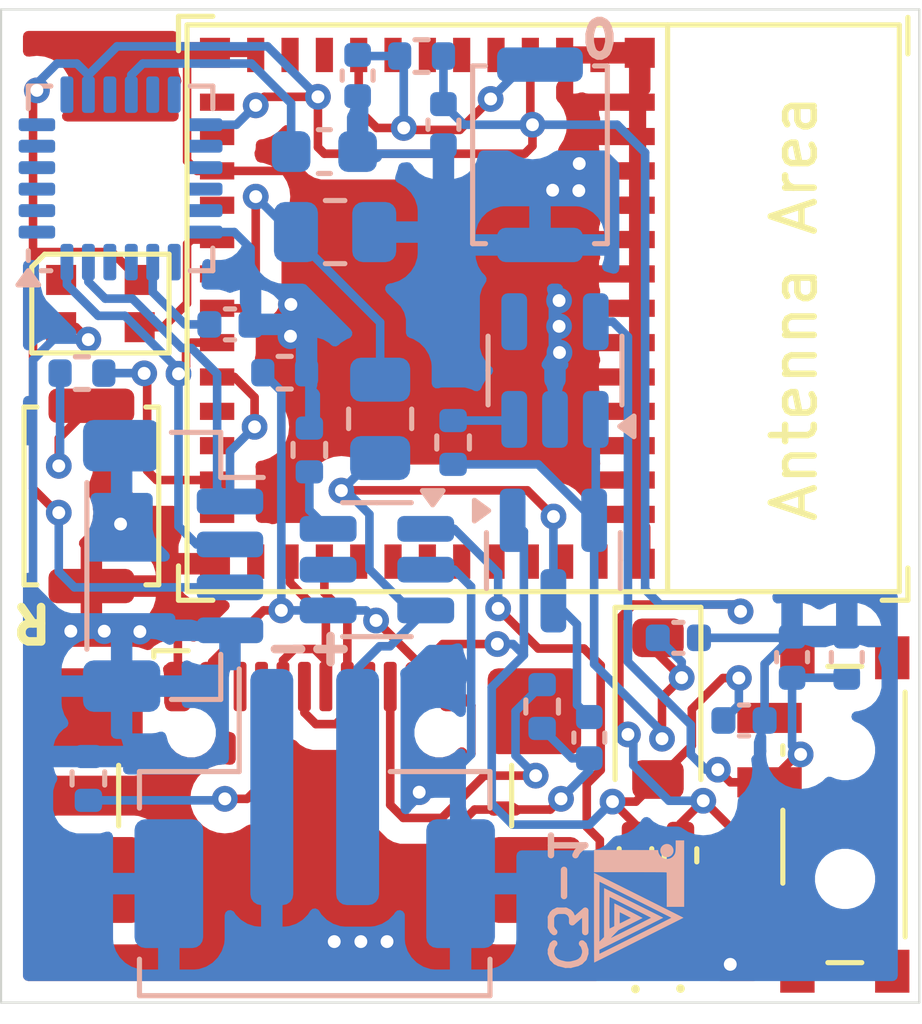
<source format=kicad_pcb>
(kicad_pcb (version 20240108) (generator "pcbnew") (generator_version "8.0")
  (layers (0 "F.Cu" signal) (31 "B.Cu" signal) (34 "B.Paste" user) (35 "F.Paste" user) (36 "B.SilkS" user "B.Silkscreen") (37 "F.SilkS" user "F.Silkscreen") (38 "B.Mask" user) (39 "F.Mask" user) (44 "Edge.Cuts" user))
  (net 0 "")
  (net 1 "SDA")
  (net 2 "SCL")
  (net 3 "+3V3")
  (net 4 "Net-(D4-K)")
  (net 5 "GND")
  (net 6 "RGB_DI")
  (net 7 "RESET")
  (net 8 "+BATT")
  (net 9 "Net-(D2-K)")
  (net 10 "USB_N")
  (net 11 "VBUS")
  (net 12 "Net-(D1-A)")
  (net 13 "Net-(D2-A)")
  (net 14 "USB_P")
  (net 16 "SP_BAT")
  (net 17 "BOOT")
  (net 19 "Net-(U1-PROG)")
  (net 21 "Net-(U4-EN)")
  (net 41 "Net-(U2-REGOUT)")
  (net 42 "Net-(U2-CPOUT)")
  (net 65 "Net-(J2-CC2)")
  (net 68 "Net-(J2-CC1)")
  (net 69 "Net-(SW1-A)")
  (net 72 "Net-(SW3-C)")
  (footprint "LED_SMD:LED_0402_1005Metric" (layer "F.Cu") (at 126.17 72.45 90)
    (property "Reference" "D2" (hide yes))
    (property "Value" "BLUE" (hide yes))
  )
  (footprint "LED_SMD:LED_WS2812B-2020_PLCC4_2.0x2.0mm" (layer "F.Cu") (at 113.7 57.575)
    (property "Reference" "D3" (hide yes))
    (property "Value" "WS2812B-2020" (hide yes))
  )
  (footprint "Button_Switch_SMD:SW_Push_SPST_NO_Alps_SKRK" (layer "F.Cu") (at 113.49 62.055 -90)
    (property "Reference" "SW1" (hide yes))
    (property "Value" "Boot" (hide yes))
  )
  (footprint "Resistor_SMD:R_0402_1005Metric" (layer "F.Cu") (at 127.22 70.425 -90)
    (property "Reference" "R3" (hide yes))
    (property "Value" "2K" (hide yes))
  )
  (footprint "Connector_USB:USB_C_Receptacle_GCT_USB4110" (layer "F.Cu") (at 118.705 70.175)
    (property "Reference" "J2" (hide yes))
    (property "Value" "USB_C_Receptacle_USB2.0_16P" (hide yes))
  )
  (footprint "Diode_SMD:D_SOD-123" (layer "F.Cu") (at 126.695 67.01 -90)
    (property "Reference" "D4" (hide yes))
    (property "Value" "MBR0530" (hide yes))
  )
  (footprint "Resistor_SMD:R_0402_1005Metric" (layer "F.Cu") (at 126.17 70.425 90)
    (property "Reference" "R10" (hide yes))
    (property "Value" "2K" (hide yes))
  )
  (footprint "PCM_Espressif:ESP32-C3-MINI-1" (layer "F.Cu") (at 124.02 57.685 -90)
    (property "Reference" "U3" (hide yes))
    (property "Value" "ESP32-C3-MINI-1" (hide yes))
  )
  (footprint "Button_Switch_SMD:SW_SPDT_PCM12" (layer "F.Cu") (at 130.725 69.475 90)
    (property "Reference" "SW3" (hide yes))
    (property "Value" "SW_SPDT_312" (hide yes))
  )
  (footprint "LED_SMD:LED_0402_1005Metric" (layer "F.Cu") (at 127.22 72.44 90)
    (property "Reference" "D1" (hide yes))
    (property "Value" "RED" (hide yes))
  )
  (footprint "Resistor_SMD:R_0402_1005Metric" (layer "B.Cu") (at 121.92 60.81 90)
    (property "Reference" "R13" (hide yes))
    (property "Value" "10K" (hide yes))
  )
  (footprint "Resistor_SMD:R_0402_1005Metric" (layer "B.Cu") (at 117.995 59.185)
    (property "Reference" "R12" (hide yes))
    (property "Value" "10K" (hide yes))
  )
  (footprint "Capacitor_SMD:C_0402_1005Metric" (layer "B.Cu") (at 121.695 53.41 -90)
    (property "Reference" "C1" (hide yes))
    (property "Value" "1.0uF" (hide yes))
  )
  (footprint "Resistor_SMD:R_0402_1005Metric" (layer "B.Cu") (at 113.27 59.195 180)
    (property "Reference" "R1" (hide yes))
    (property "Value" "10K" (hide yes))
  )
  (footprint "Capacitor_SMD:C_0402_1005Metric" (layer "B.Cu") (at 129.82 65.81 90)
    (property "Reference" "C9" (hide yes))
    (property "Value" "1.0uF" (hide yes))
  )
  (footprint "Resistor_SMD:R_0402_1005Metric" (layer "B.Cu") (at 118.57 60.985 90)
    (property "Reference" "R2" (hide yes))
    (property "Value" "2K" (hide yes))
  )
  (footprint "Button_Switch_SMD:SW_Push_SPST_NO_Alps_SKRK" (layer "B.Cu") (at 123.945 54.11 -90)
    (property "Reference" "SW2" (hide yes))
    (property "Value" "Reset" (hide yes))
  )
  (footprint "Resistor_SMD:R_0805_2012Metric" (layer "B.Cu") (at 120.22 60.26 90)
    (property "Reference" "R4" (hide yes))
    (property "Value" "442K" (hide yes))
  )
  (footprint "Package_TO_SOT_SMD:SOT-23" (layer "B.Cu") (at 124.2575 63.56 -90)
    (property "Reference" "Q1" (hide yes))
    (property "Value" "AO3401A" (hide yes))
  )
  (footprint "Package_TO_SOT_SMD:SOT-23-5" (layer "B.Cu") (at 124.295 59.135 90)
    (property "Reference" "U4" (hide yes))
    (property "Value" "AP2112K-3.3" (hide yes))
  )
  (footprint "Capacitor_SMD:C_0402_1005Metric" (layer "B.Cu") (at 128.7 67.285)
    (property "Reference" "C3" (hide yes))
    (property "Value" "10uF" (hide yes))
  )
  (footprint "Resistor_SMD:R_0805_2012Metric" (layer "B.Cu") (at 119.17 55.91)
    (property "Reference" "R5" (hide yes))
    (property "Value" "160K" (hide yes))
  )
  (footprint "Package_TO_SOT_SMD:TSOT-23-6" (layer "B.Cu") (at 120.145 63.7725 180)
    (property "Reference" "U1" (hide yes))
    (property "Value" "TP4057" (hide yes))
  )
  (footprint "Connector_JST:JST_PH_B2B-PH-SM4-TB_1x02-1MP_P2.00mm_Vertical" (layer "B.Cu") (at 118.695 69.335)
    (property "Reference" "J1" (hide yes))
    (property "Value" "PH2.0" (hide yes))
  )
  (footprint "Capacitor_SMD:C_0402_1005Metric" (layer "B.Cu") (at 127.17 65.36)
    (property "Reference" "C7" (hide yes))
    (property "Value" "1.0uF" (hide yes))
  )
  (footprint "Capacitor_SMD:C_0603_1608Metric" (layer "B.Cu") (at 118.92 54.035 180)
    (property "Reference" "C5" (hide yes))
    (property "Value" "2.2nF" (hide yes))
  )
  (footprint "Resistor_SMD:R_0402_1005Metric" (layer "B.Cu") (at 123.995 66.96 90)
    (property "Reference" "R6" (hide yes))
    (property "Value" "5.1K" (hide yes))
  )
  (footprint "Connector_JST:JST_SH_BM04B-SRSS-TB_1x04-1MP_P1.00mm_Vertical" (layer "B.Cu") (at 115.395 63.685 -90)
    (property "Reference" "J3" (hide yes))
    (property "Value" "SH1.0" (hide yes))
  )
  (footprint "Capacitor_SMD:C_0402_1005Metric" (layer "B.Cu") (at 116.72 58.06)
    (property "Reference" "C6" (hide yes))
    (property "Value" "100nF" (hide yes))
  )
  (footprint "Capacitor_SMD:C_0402_1005Metric" (layer "B.Cu") (at 131.095 65.81 90)
    (property "Reference" "C8" (hide yes))
    (property "Value" "1.0uF" (hide yes))
  )
  (footprint "LOGO" (layer "B.Cu") (at 126.28 71.58 90)
    (property "Reference" "G***" (hide yes))
    (property "Value" "LOGO" (hide yes))
  )
  (footprint "Capacitor_SMD:C_0402_1005Metric" (layer "B.Cu") (at 119.695 52.265 -90)
    (property "Reference" "C4" (hide yes))
    (property "Value" "100nF" (hide yes))
  )
  (footprint "Resistor_SMD:R_0402_1005Metric" (layer "B.Cu") (at 121.185 51.81 180)
    (property "Reference" "R11" (hide yes))
    (property "Value" "10K" (hide yes))
  )
  (footprint "Sensor_Motion:InvenSense_QFN-24_4x4mm_P0.5mm" (layer "B.Cu") (at 114.17 54.66)
    (property "Reference" "U2" (hide yes))
    (property "Value" "MPU-6050" (hide yes))
  )
  (footprint "Capacitor_SMD:C_0402_1005Metric" (layer "B.Cu") (at 125.095 67.685 -90)
    (property "Reference" "C2" (hide yes))
    (property "Value" "10uF" (hide yes))
  )
  (footprint "Resistor_SMD:R_0402_1005Metric" (layer "B.Cu") (at 113.42 68.635 -90)
    (property "Reference" "R7" (hide yes))
    (property "Value" "5.1K" (hide yes))
  )
  (gr_line (start 111.385 50.725) (end 111.385 73.855) (stroke (width 0.05)) (layer "Edge.Cuts"))
  (gr_line (start 132.785 50.725) (end 132.785 73.855) (stroke (width 0.05)) (layer "Edge.Cuts"))
  (gr_line (start 132.785 73.855) (end 111.385 73.855) (stroke (width 0.05)) (layer "Edge.Cuts"))
  (gr_line (start 111.385 50.725) (end 132.785 50.725) (stroke (width 0.05)) (layer "Edge.Cuts"))
  (gr_text "0" (at 124.82 51.905 0) (layer "B.SilkS") (effects (font (size 0.8 0.8) (thickness 0.2) (bold yes)) (justify right bottom mirror)))
  (gr_text "C3-1" (at 124.095 73.225 270) (layer "B.SilkS") (effects (font (size 0.8 0.8) (thickness 0.15) (bold yes)) (justify left bottom mirror)))
  (gr_text "+-" (at 119.69 66.035 0) (layer "B.SilkS") (effects (font (size 0.8 0.8) (thickness 0.2) (bold yes)) (justify left bottom mirror)))
  (gr_text "R" (at 112.64 64.535 180) (layer "F.SilkS") (effects (font (size 0.8 0.8) (thickness 0.2) (bold yes)) (justify left bottom)))
  (segment (start 115.695 58.61) (end 115.82 58.485) (width 0.2) (layer "F.Cu") (net 1))
  (segment (start 115.519998 59.209817) (end 115.695 59.034815) (width 0.2) (layer "F.Cu") (net 1))
  (segment (start 115.695 59.034815) (end 115.695 58.61) (width 0.2) (layer "F.Cu") (net 1))
  (segment (start 115.82 58.485) (end 116.42 58.485) (width 0.2) (layer "F.Cu") (net 1))
  (via (at 115.519998 59.209817) (size 0.6) (drill 0.3) (layers "F.Cu" "B.Cu") (net 1))
  (segment (start 115.519998 59.209817) (end 115.519998 62.759997) (width 0.2) (layer "B.Cu") (net 1))
  (segment (start 115.945001 63.185) (end 116.72 63.185) (width 0.2) (layer "B.Cu") (net 1))
  (segment (start 113.646904 57.86) (end 112.92 57.133096) (width 0.2) (layer "B.Cu") (net 1))
  (segment (start 115.519998 59.209817) (end 115.519998 59.109998) (width 0.2) (layer "B.Cu") (net 1))
  (segment (start 114.27 57.86) (end 113.646904 57.86) (width 0.2) (layer "B.Cu") (net 1))
  (segment (start 115.519998 59.109998) (end 114.27 57.86) (width 0.2) (layer "B.Cu") (net 1))
  (segment (start 112.92 57.133096) (end 112.92 56.61) (width 0.2) (layer "B.Cu") (net 1))
  (segment (start 115.519998 62.759997) (end 115.945001 63.185) (width 0.2) (layer "B.Cu") (net 1))
  (segment (start 117.293257 60.446337) (end 117.293257 59.758257) (width 0.2) (layer "F.Cu") (net 2))
  (segment (start 116.82 59.285) (end 116.42 59.285) (width 0.2) (layer "F.Cu") (net 2))
  (segment (start 117.293257 59.758257) (end 116.82 59.285) (width 0.2) (layer "F.Cu") (net 2))
  (via (at 117.293257 60.446337) (size 0.6) (drill 0.3) (layers "F.Cu" "B.Cu") (net 2))
  (segment (start 116.72 61.019594) (end 117.293257 60.446337) (width 0.2) (layer "B.Cu") (net 2))
  (segment (start 113.81259 57.46) (end 113.42 57.06741) (width 0.2) (layer "B.Cu") (net 2))
  (segment (start 115.82 58.61) (end 115.595 58.61) (width 0.2) (layer "B.Cu") (net 2))
  (segment (start 114.445 57.46) (end 113.81259 57.46) (width 0.2) (layer "B.Cu") (net 2))
  (segment (start 116.72 62.185) (end 116.42 61.885) (width 0.2) (layer "B.Cu") (net 2))
  (segment (start 116.42 59.285) (end 116.42 59.21) (width 0.2) (layer "B.Cu") (net 2))
  (segment (start 116.42 59.21) (end 115.82 58.61) (width 0.2) (layer "B.Cu") (net 2))
  (segment (start 116.42 61.885) (end 116.42 59.285) (width 0.2) (layer "B.Cu") (net 2))
  (segment (start 113.42 57.06741) (end 113.42 56.61) (width 0.2) (layer "B.Cu") (net 2))
  (segment (start 115.595 58.61) (end 114.445 57.46) (width 0.2) (layer "B.Cu") (net 2))
  (segment (start 116.72 62.185) (end 116.72 61.019594) (width 0.2) (layer "B.Cu") (net 2))
  (segment (start 123.77 53.905) (end 123.77 53.41) (width 0.2) (layer "F.Cu") (net 3))
  (segment (start 123.72 51.785) (end 123.72 53.36) (width 0.2) (layer "F.Cu") (net 3))
  (segment (start 128.46 64.585) (end 126.12 64.585) (width 0.2) (layer "F.Cu") (net 3))
  (segment (start 112.69 62.445) (end 112.13 61.885) (width 0.2) (layer "F.Cu") (net 3))
  (segment (start 126.12 64.585) (end 125.795 64.91) (width 0.2) (layer "F.Cu") (net 3))
  (segment (start 117.518529 52.76) (end 117.32 52.958529) (width 0.2) (layer "F.Cu") (net 3))
  (segment (start 112.13 61.885) (end 112.13 56.465) (width 0.2) (layer "F.Cu") (net 3))
  (segment (start 127.765 69.155) (end 128.995 70.385) (width 0.2) (layer "F.Cu") (net 3))
  (segment (start 118.92 54.085) (end 123.59 54.085) (width 0.2) (layer "F.Cu") (net 3))
  (segment (start 123.72 53.36) (end 123.77 53.41) (width 0.2) (layer "F.Cu") (net 3))
  (segment (start 118.77 53.935) (end 118.92 54.085) (width 0.2) (layer "F.Cu") (net 3))
  (segment (start 125.795 64.91) (end 125.795 67.41) (width 0.2) (layer "F.Cu") (net 3))
  (segment (start 127.22 69.915) (end 127.22 69.685) (width 0.2) (layer "F.Cu") (net 3))
  (segment (start 123.59 54.085) (end 123.77 53.905) (width 0.2) (layer "F.Cu") (net 3))
  (segment (start 113.965 56.375) (end 112.22 56.375) (width 0.2) (layer "F.Cu") (net 3))
  (segment (start 112.13 52.7) (end 112.22 52.61) (width 0.2) (layer "F.Cu") (net 3))
  (segment (start 118.77 52.76) (end 118.77 53.935) (width 0.2) (layer "F.Cu") (net 3))
  (segment (start 112.13 56.465) (end 112.13 52.7) (width 0.2) (layer "F.Cu") (net 3))
  (segment (start 118.77 52.76) (end 117.518529 52.76) (width 0.2) (layer "F.Cu") (net 3))
  (segment (start 112.73 62.445) (end 112.69 62.445) (width 0.2) (layer "F.Cu") (net 3))
  (segment (start 128.995 70.385) (end 128.995 71.71) (width 0.2) (layer "F.Cu") (net 3))
  (segment (start 125.795 67.41) (end 125.995 67.61) (width 0.2) (layer "F.Cu") (net 3))
  (segment (start 112.22 56.375) (end 112.13 56.465) (width 0.2) (layer "F.Cu") (net 3))
  (segment (start 128.62 64.745) (end 128.46 64.585) (width 0.2) (layer "F.Cu") (net 3))
  (segment (start 127.22 69.685) (end 127.75 69.155) (width 0.2) (layer "F.Cu") (net 3))
  (segment (start 114.615 57.025) (end 113.965 56.375) (width 0.2) (layer "F.Cu") (net 3))
  (segment (start 127.75 69.155) (end 127.765 69.155) (width 0.2) (layer "F.Cu") (net 3))
  (via (at 112.22 52.61) (size 0.6) (drill 0.3) (layers "F.Cu" "B.Cu") (net 3))
  (via (at 127.75 69.155) (size 0.6) (drill 0.3) (layers "F.Cu" "B.Cu") (net 3))
  (via (at 128.62 64.745) (size 0.6) (drill 0.3) (layers "F.Cu" "B.Cu") (net 3))
  (via (at 118.77 52.76) (size 0.6) (drill 0.3) (layers "F.Cu" "B.Cu") (net 3))
  (via (at 112.73 62.445) (size 0.6) (drill 0.3) (layers "F.Cu" "B.Cu") (net 3))
  (via (at 125.995 67.61) (size 0.6) (drill 0.3) (layers "F.Cu" "B.Cu") (net 3))
  (via (at 123.77 53.41) (size 0.6) (drill 0.3) (layers "F.Cu" "B.Cu") (net 3))
  (via (at 117.32 52.958529) (size 0.6) (drill 0.3) (layers "F.Cu" "B.Cu") (net 3))
  (segment (start 126.12 68.325) (end 126.12 67.735) (width 0.2) (layer "B.Cu") (net 3))
  (segment (start 113.42 52.25259) (end 114.08759 51.585) (width 0.2) (layer "B.Cu") (net 3))
  (segment (start 125.745 53.41) (end 123.77 53.41) (width 0.2) (layer "B.Cu") (net 3))
  (segment (start 112.68759 51.985) (end 113.15241 51.985) (width 0.2) (layer "B.Cu") (net 3))
  (segment (start 127.75 69.155) (end 126.95 69.155) (width 0.2) (layer "B.Cu") (net 3))
  (segment (start 121.695 51.81) (end 121.695 52.93) (width 0.2) (layer "B.Cu") (net 3))
  (segment (start 121.695 52.93) (end 122.175 53.41) (width 0.2) (layer "B.Cu") (net 3))
  (segment (start 112.22 52.45259) (end 112.68759 51.985) (width 0.2) (layer "B.Cu") (net 3))
  (segment (start 112.73 63.82) (end 113.095 64.185) (width 0.2) (layer "B.Cu") (net 3))
  (segment (start 122.175 53.41) (end 123.77 53.41) (width 0.2) (layer "B.Cu") (net 3))
  (segment (start 126.395 64.235) (end 126.395 54.06) (width 0.2) (layer "B.Cu") (net 3))
  (segment (start 116.12 53.41) (end 116.868529 53.41) (width 0.2) (layer "B.Cu") (net 3))
  (segment (start 113.095 64.185) (end 116.72 64.185) (width 0.2) (layer "B.Cu") (net 3))
  (segment (start 126.95 69.155) (end 126.12 68.325) (width 0.2) (layer "B.Cu") (net 3))
  (segment (start 114.08759 51.585) (end 117.595 51.585) (width 0.2) (layer "B.Cu") (net 3))
  (segment (start 126.395 54.06) (end 125.745 53.41) (width 0.2) (layer "B.Cu") (net 3))
  (segment (start 113.42 52.25259) (end 113.42 52.71) (width 0.2) (layer "B.Cu") (net 3))
  (segment (start 126.745 64.585) (end 126.395 64.235) (width 0.2) (layer "B.Cu") (net 3))
  (segment (start 117.595 51.585) (end 118.77 52.76) (width 0.2) (layer "B.Cu") (net 3))
  (segment (start 126.12 67.735) (end 125.995 67.61) (width 0.2) (layer "B.Cu") (net 3))
  (segment (start 116.868529 53.41) (end 117.32 52.958529) (width 0.2) (layer "B.Cu") (net 3))
  (segment (start 112.73 62.445) (end 112.73 63.82) (width 0.2) (layer "B.Cu") (net 3))
  (segment (start 128.46 64.585) (end 126.745 64.585) (width 0.2) (layer "B.Cu") (net 3))
  (segment (start 113.15241 51.985) (end 113.42 52.25259) (width 0.2) (layer "B.Cu") (net 3))
  (segment (start 128.62 64.745) (end 128.46 64.585) (width 0.2) (layer "B.Cu") (net 3))
  (segment (start 112.22 52.61) (end 112.22 52.45259) (width 0.2) (layer "B.Cu") (net 3))
  (segment (start 127.246765 66.288235) (end 126.788728 66.746272) (width 0.2) (layer "F.Cu") (net 4))
  (segment (start 126.695 65.36) (end 126.695 65.73647) (width 0.2) (layer "F.Cu") (net 4))
  (segment (start 126.788728 66.746272) (end 126.788728 67.71) (width 0.2) (layer "F.Cu") (net 4))
  (segment (start 126.695 65.73647) (end 127.246765 66.288235) (width 0.2) (layer "F.Cu") (net 4))
  (via (at 127.246765 66.288235) (size 0.6) (drill 0.3) (layers "F.Cu" "B.Cu") (net 4))
  (via (at 126.788728 67.71) (size 0.6) (drill 0.3) (layers "F.Cu" "B.Cu") (net 4))
  (segment (start 125.2075 65.973971) (end 125.2075 62.6225) (width 0.2) (layer "B.Cu") (net 4))
  (segment (start 125.245 60.2725) (end 125.245 62.585) (width 0.2) (layer "B.Cu") (net 4))
  (segment (start 126.788728 67.555199) (end 125.2075 65.973971) (width 0.2) (layer "B.Cu") (net 4))
  (segment (start 123.905 61.32) (end 125.2075 62.6225) (width 0.2) (layer "B.Cu") (net 4))
  (segment (start 121.92 61.32) (end 123.905 61.32) (width 0.2) (layer "B.Cu") (net 4))
  (segment (start 125.245 62.585) (end 125.2075 62.6225) (width 0.2) (layer "B.Cu") (net 4))
  (segment (start 127.246765 66.288235) (end 127.246765 65.916765) (width 0.2) (layer "B.Cu") (net 4))
  (segment (start 126.788728 67.71) (end 126.788728 67.555199) (width 0.2) (layer "B.Cu") (net 4))
  (segment (start 127.246765 65.916765) (end 126.69 65.36) (width 0.2) (layer "B.Cu") (net 4))
  (segment (start 115.95 54.485) (end 116.42 54.485) (width 0.2) (layer "F.Cu") (net 5))
  (segment (start 114.62 65.215) (end 115.31 65.215) (width 0.2) (layer "F.Cu") (net 5))
  (segment (start 117.27 51.735) (end 117.32 51.785) (width 0.2) (layer "F.Cu") (net 5))
  (segment (start 115.72 51.925) (end 115.72 54.255) (width 0.2) (layer "F.Cu") (net 5))
  (segment (start 121.45 68.955) (end 122.345 68.06) (width 0.2) (layer "F.Cu") (net 5))
  (segment (start 122.095 69.685) (end 122.095 71.085) (width 0.2) (layer "F.Cu") (net 5))
  (segment (start 116.37 51.735) (end 115.91 51.735) (width 0.2) (layer "F.Cu") (net 5))
  (segment (start 121.13 68.955) (end 121.45 68.955) (width 0.2) (layer "F.Cu") (net 5))
  (segment (start 116.37 51.735) (end 117.27 51.735) (width 0.2) (layer "F.Cu") (net 5))
  (segment (start 115.505 65.41) (end 115.505 66.495) (width 0.2) (layer "F.Cu") (net 5))
  (segment (start 124.185 69.36) (end 122.42 69.36) (width 0.2) (layer "F.Cu") (net 5))
  (segment (start 115.72 54.255) (end 115.95 54.485) (width 0.2) (layer "F.Cu") (net 5))
  (segment (start 112.785 58.125) (end 113.128072 58.125) (width 0.2) (layer "F.Cu") (net 5))
  (segment (start 115.91 51.735) (end 115.72 51.925) (width 0.2) (layer "F.Cu") (net 5))
  (segment (start 124.435 69.11) (end 124.185 69.36) (width 0.2) (layer "F.Cu") (net 5))
  (segment (start 122.345 66.935) (end 121.905 66.495) (width 0.2) (layer "F.Cu") (net 5))
  (segment (start 118.12 54.485) (end 119.345 55.71) (width 0.2) (layer "F.Cu") (net 5))
  (segment (start 116.42 54.485) (end 118.12 54.485) (width 0.2) (layer "F.Cu") (net 5))
  (segment (start 115.31 65.215) (end 115.505 65.41) (width 0.2) (layer "F.Cu") (net 5))
  (segment (start 122.42 69.36) (end 122.095 69.685) (width 0.2) (layer "F.Cu") (net 5))
  (segment (start 122.345 68.06) (end 122.345 66.935) (width 0.2) (layer "F.Cu") (net 5))
  (segment (start 113.128072 58.125) (end 113.417475 58.414403) (width 0.2) (layer "F.Cu") (net 5))
  (via (at 113.417475 58.414403) (size 0.6) (drill 0.3) (layers "F.Cu" "B.Cu") (net 5))
  (via (at 124.24 54.935) (size 0.6) (drill 0.3) (layers "F.Cu" "B.Cu") (net 5))
  (via (at 121.13 68.955) (size 0.6) (drill 0.3) (layers "F.Cu" "B.Cu") (net 5))
  (via (at 118.14 57.595) (size 0.6) (drill 0.3) (layers "F.Cu" "B.Cu") (net 5))
  (via (at 124.435 69.11) (size 0.6) (drill 0.3) (layers "F.Cu" "B.Cu") (net 5))
  (via (at 113.01 65.205) (size 0.6) (drill 0.3) (layers "F.Cu" "B.Cu") (net 5))
  (via (at 114.17 62.71) (size 0.6) (drill 0.3) (layers "F.Cu" "B.Cu") (net 5))
  (via (at 128.38 72.965) (size 0.6) (drill 0.3) (layers "F.Cu" "B.Cu") (net 5))
  (via (at 124.4 58.715) (size 0.6) (drill 0.3) (layers "F.Cu" "B.Cu") (net 5))
  (via (at 114.62 65.215) (size 0.6) (drill 0.3) (layers "F.Cu" "B.Cu") (net 5))
  (via (at 118.13 58.335) (size 0.6) (drill 0.3) (layers "F.Cu" "B.Cu") (net 5))
  (via (at 119.15 72.435) (size 0.6) (drill 0.3) (layers "F.Cu" "B.Cu") (net 5))
  (via (at 119.77 72.435) (size 0.6) (drill 0.3) (layers "F.Cu" "B.Cu") (net 5))
  (via (at 120.38 72.435) (size 0.6) (drill 0.3) (layers "F.Cu" "B.Cu") (net 5))
  (via (at 124.85 54.945) (size 0.6) (drill 0.3) (layers "F.Cu" "B.Cu") (net 5))
  (via (at 124.86 54.315) (size 0.6) (drill 0.3) (layers "F.Cu" "B.Cu") (net 5))
  (via (at 124.39 57.505) (size 0.6) (drill 0.3) (layers "F.Cu" "B.Cu") (net 5))
  (via (at 113.79 65.205) (size 0.6) (drill 0.3) (layers "F.Cu" "B.Cu") (net 5))
  (via (at 124.39 58.105) (size 0.6) (drill 0.3) (layers "F.Cu" "B.Cu") (net 5))
  (segment (start 121.46 68.955) (end 122.34 68.075) (width 0.2) (layer "B.Cu") (net 5))
  (segment (start 121.944999 63.7725) (end 121.2825 63.7725) (width 0.2) (layer "B.Cu") (net 5))
  (segment (start 129.79 65.36) (end 127.65 65.36) (width 0.2) (layer "B.Cu") (net 5))
  (segment (start 118.57 59.25) (end 118.505 59.185) (width 0.2) (layer "B.Cu") (net 5))
  (segment (start 125.095 68.45) (end 125.095 68.165) (width 0.2) (layer "B.Cu") (net 5))
  (segment (start 112.13 58.886076) (end 112.601673 58.414403) (width 0.2) (layer "B.Cu") (net 5))
  (segment (start 119.695 54.035) (end 119.745 54.085) (width 0.2) (layer "B.Cu") (net 5))
  (segment (start 112.601673 58.414403) (end 113.417475 58.414403) (width 0.2) (layer "B.Cu") (net 5))
  (segment (start 122.34 64.167501) (end 121.944999 63.7725) (width 0.2) (layer "B.Cu") (net 5))
  (segment (start 121.5 54.085) (end 121.695 53.89) (width 0.2) (layer "B.Cu") (net 5))
  (segment (start 119.695 54.035) (end 119.695 52.745) (width 0.2) (layer "B.Cu") (net 5))
  (segment (start 122.34 68.075) (end 122.34 64.167501) (width 0.2) (layer "B.Cu") (net 5))
  (segment (start 112.83 65.205) (end 112.13 64.505) (width 0.2) (layer "B.Cu") (net 5))
  (segment (start 113.01 65.205) (end 112.83 65.205) (width 0.2) (layer "B.Cu") (net 5))
  (segment (start 118.505 58.71) (end 118.505 59.185) (width 0.2) (layer "B.Cu") (net 5))
  (segment (start 112.13 64.505) (end 112.13 58.886076) (width 0.2) (layer "B.Cu") (net 5))
  (segment (start 117.2 58.06) (end 117.2 56.29) (width 0.2) (layer "B.Cu") (net 5))
  (segment (start 117.855 58.06) (end 118.13 58.335) (width 0.2) (layer "B.Cu") (net 5))
  (segment (start 118.57 60.475) (end 118.57 59.25) (width 0.2) (layer "B.Cu") (net 5))
  (segment (start 121.13 68.955) (end 121.46 68.955) (width 0.2) (layer "B.Cu") (net 5))
  (segment (start 116.82 55.91) (end 116.12 55.91) (width 0.2) (layer "B.Cu") (net 5))
  (segment (start 125.095 68.165) (end 124.69 68.165) (width 0.2) (layer "B.Cu") (net 5))
  (segment (start 124.69 68.165) (end 123.995 67.47) (width 0.2) (layer "B.Cu") (net 5))
  (segment (start 117.2 58.06) (end 117.855 58.06) (width 0.2) (layer "B.Cu") (net 5))
  (segment (start 129.18 65.97) (end 129.82 65.33) (width 0.2) (layer "B.Cu") (net 5))
  (segment (start 129.18 67.285) (end 129.18 65.97) (width 0.2) (layer "B.Cu") (net 5))
  (segment (start 124.435 69.11) (end 125.095 68.45) (width 0.2) (layer "B.Cu") (net 5))
  (segment (start 118.13 58.335) (end 118.505 58.71) (width 0.2) (layer "B.Cu") (net 5))
  (segment (start 119.745 54.085) (end 121.5 54.085) (width 0.2) (layer "B.Cu") (net 5))
  (segment (start 117.2 56.29) (end 116.82 55.91) (width 0.2) (layer "B.Cu") (net 5))
  (segment (start 129.82 65.33) (end 129.79 65.36) (width 0.2) (layer "B.Cu") (net 5))
  (segment (start 115.165 58.125) (end 115.72 57.57) (width 0.2) (layer "F.Cu") (net 6))
  (segment (start 115.72 57.57) (end 115.72 56.185) (width 0.2) (layer "F.Cu") (net 6))
  (segment (start 114.615 58.125) (end 115.165 58.125) (width 0.2) (layer "F.Cu") (net 6))
  (segment (start 115.82 56.085) (end 116.42 56.085) (width 0.2) (layer "F.Cu") (net 6))
  (segment (start 115.72 56.185) (end 115.82 56.085) (width 0.2) (layer "F.Cu") (net 6))
  (segment (start 122.795 52.81) (end 122.075 53.53) (width 0.2) (layer "F.Cu") (net 7))
  (segment (start 122.075 53.53) (end 120.815 53.53) (width 0.2) (layer "F.Cu") (net 7))
  (segment (start 120.815 53.53) (end 120.77 53.485) (width 0.2) (layer "F.Cu") (net 7))
  (segment (start 120.14 53.485) (end 119.72 53.065) (width 0.2) (layer "F.Cu") (net 7))
  (segment (start 120.77 53.485) (end 120.14 53.485) (width 0.2) (layer "F.Cu") (net 7))
  (segment (start 119.72 53.065) (end 119.72 51.785) (width 0.2) (layer "F.Cu") (net 7))
  (via (at 122.795 52.81) (size 0.6) (drill 0.3) (layers "F.Cu" "B.Cu") (net 7))
  (via (at 120.77 53.485) (size 0.6) (drill 0.3) (layers "F.Cu" "B.Cu") (net 7))
  (segment (start 123.595 52.01) (end 122.795 52.81) (width 0.2) (layer "B.Cu") (net 7))
  (segment (start 120.77 51.905) (end 120.675 51.81) (width 0.2) (layer "B.Cu") (net 7))
  (segment (start 119.745 51.81) (end 119.72 51.785) (width 0.2) (layer "B.Cu") (net 7))
  (segment (start 120.675 51.81) (end 119.745 51.81) (width 0.2) (layer "B.Cu") (net 7))
  (segment (start 120.77 53.485) (end 120.77 51.905) (width 0.2) (layer "B.Cu") (net 7))
  (segment (start 123.945 52.01) (end 123.595 52.01) (width 0.2) (layer "B.Cu") (net 7))
  (segment (start 123.65 61.925) (end 124.26 62.535) (width 0.2) (layer "F.Cu") (net 8))
  (segment (start 119.315958 61.931323) (end 119.322281 61.925) (width 0.2) (layer "F.Cu") (net 8))
  (segment (start 119.322281 61.925) (end 123.65 61.925) (width 0.2) (layer "F.Cu") (net 8))
  (via (at 119.315958 61.931323) (size 0.6) (drill 0.3) (layers "F.Cu" "B.Cu") (net 8))
  (via (at 124.26 62.535) (size 0.6) (drill 0.3) (layers "F.Cu" "B.Cu") (net 8))
  (segment (start 120.208336 65.556664) (end 120.448336 65.556664) (width 0.2) (layer "B.Cu") (net 8))
  (segment (start 119.695 66.07) (end 120.208336 65.556664) (width 0.2) (layer "B.Cu") (net 8))
  (segment (start 124.2575 62.5375) (end 124.26 62.535) (width 0.2) (layer "B.Cu") (net 8))
  (segment (start 119.695 68.835) (end 119.695 66.07) (width 0.2) (layer "B.Cu") (net 8))
  (segment (start 119.315958 61.931323) (end 119.419375 61.931323) (width 0.2) (layer "B.Cu") (net 8))
  (segment (start 124.8075 66.9175) (end 124.8075 65.0475) (width 0.2) (layer "B.Cu") (net 8))
  (segment (start 119.97 63.763052) (end 120.929448 64.7225) (width 0.2) (layer "B.Cu") (net 8))
  (segment (start 119.419375 61.931323) (end 119.97 62.481948) (width 0.2) (layer "B.Cu") (net 8))
  (segment (start 120.929448 64.7225) (end 121.2825 64.7225) (width 0.2) (layer "B.Cu") (net 8))
  (segment (start 119.315958 61.931323) (end 120.074781 61.1725) (width 0.2) (layer "B.Cu") (net 8))
  (segment (start 120.448336 65.556664) (end 121.2825 64.7225) (width 0.2) (layer "B.Cu") (net 8))
  (segment (start 120.074781 61.1725) (end 120.22 61.1725) (width 0.2) (layer "B.Cu") (net 8))
  (segment (start 119.97 62.481948) (end 119.97 63.763052) (width 0.2) (layer "B.Cu") (net 8))
  (segment (start 124.2575 64.4975) (end 124.2575 62.5375) (width 0.2) (layer "B.Cu") (net 8))
  (segment (start 124.8075 65.0475) (end 124.2575 64.4975) (width 0.2) (layer "B.Cu") (net 8))
  (segment (start 125.095 67.205) (end 124.8075 66.9175) (width 0.2) (layer "B.Cu") (net 8))
  (segment (start 125.34 70.07) (end 125.34 72.105) (width 0.2) (layer "F.Cu") (net 9))
  (segment (start 125.36 66) (end 125.36 68.44) (width 0.2) (layer "F.Cu") (net 9))
  (segment (start 122.97 64.675) (end 123.905 65.61) (width 0.2) (layer "F.Cu") (net 9))
  (segment (start 125.035 69.765) (end 125.34 70.07) (width 0.2) (layer "F.Cu") (net 9))
  (segment (start 123.905 65.61) (end 124.97 65.61) (width 0.2) (layer "F.Cu") (net 9))
  (segment (start 124.97 65.61) (end 125.36 66) (width 0.2) (layer "F.Cu") (net 9))
  (segment (start 125.035 68.765) (end 125.035 69.765) (width 0.2) (layer "F.Cu") (net 9))
  (segment (start 125.34 72.105) (end 126.17 72.935) (width 0.2) (layer "F.Cu") (net 9))
  (segment (start 125.36 68.44) (end 125.035 68.765) (width 0.2) (layer "F.Cu") (net 9))
  (via (at 122.97 64.675) (size 0.6) (drill 0.3) (layers "F.Cu" "B.Cu") (net 9))
  (segment (start 121.944999 62.8225) (end 121.2825 62.8225) (width 0.2) (layer "B.Cu") (net 9))
  (segment (start 122.97 63.847501) (end 121.944999 62.8225) (width 0.2) (layer "B.Cu") (net 9))
  (segment (start 122.97 64.675) (end 122.97 63.847501) (width 0.2) (layer "B.Cu") (net 9))
  (segment (start 118.955 64.91153) (end 118.955 66.495) (width 0.2) (layer "F.Cu") (net 10))
  (segment (start 117.955 66.495) (end 117.955 65.88759) (width 0.2) (layer "F.Cu") (net 10))
  (segment (start 118.12 64.07653) (end 118.955 64.91153) (width 0.2) (layer "F.Cu") (net 10))
  (segment (start 118.22259 65.62) (end 118.68741 65.62) (width 0.2) (layer "F.Cu") (net 10))
  (segment (start 117.955 65.88759) (end 118.22259 65.62) (width 0.2) (layer "F.Cu") (net 10))
  (segment (start 118.68741 65.62) (end 118.955 65.88759) (width 0.2) (layer "F.Cu") (net 10))
  (segment (start 118.955 65.88759) (end 118.955 66.495) (width 0.2) (layer "F.Cu") (net 10))
  (segment (start 118.12 63.585) (end 118.12 64.07653) (width 0.2) (layer "F.Cu") (net 10))
  (segment (start 127.48397 67.87103) (end 126.695 68.66) (width 0.2) (layer "F.Cu") (net 11))
  (segment (start 117.916341 64.7214) (end 117.503601 64.7214) (width 0.2) (layer "F.Cu") (net 11))
  (segment (start 128.58 66.296994) (end 128.208006 66.296994) (width 0.2) (layer "F.Cu") (net 11))
  (segment (start 121.105 65.936825) (end 120.124839 64.956664) (width 0.2) (layer "F.Cu") (net 11))
  (segment (start 117.503601 64.7214) (end 116.305 65.920001) (width 0.2) (layer "F.Cu") (net 11))
  (segment (start 127.48397 67.02103) (end 127.48397 67.87103) (width 0.2) (layer "F.Cu") (net 11))
  (segment (start 125.635 69.175) (end 126.18 69.175) (width 0.2) (layer "F.Cu") (net 11))
  (segment (start 121.105 66.495) (end 121.105 66.079448) (width 0.2) (layer "F.Cu") (net 11))
  (segment (start 121.105 66.495) (end 121.105 65.936825) (width 0.2) (layer "F.Cu") (net 11))
  (segment (start 125.635 69.175) (end 126.17 69.71) (width 0.2) (layer "F.Cu") (net 11))
  (segment (start 121.679741 65.504707) (end 122.951178 65.504707) (width 0.2) (layer "F.Cu") (net 11))
  (segment (start 128.208006 66.296994) (end 127.48397 67.02103) (width 0.2) (layer "F.Cu") (net 11))
  (segment (start 116.305 65.920001) (end 116.305 66.495) (width 0.2) (layer "F.Cu") (net 11))
  (segment (start 126.18 69.175) (end 126.695 68.66) (width 0.2) (layer "F.Cu") (net 11))
  (segment (start 121.105 66.079448) (end 121.679741 65.504707) (width 0.2) (layer "F.Cu") (net 11))
  (segment (start 126.17 69.71) (end 126.17 69.915) (width 0.2) (layer "F.Cu") (net 11))
  (via (at 128.58 66.296994) (size 0.6) (drill 0.3) (layers "F.Cu" "B.Cu") (net 11))
  (via (at 120.124839 64.956664) (size 0.6) (drill 0.3) (layers "F.Cu" "B.Cu") (net 11))
  (via (at 117.916341 64.7214) (size 0.6) (drill 0.3) (layers "F.Cu" "B.Cu") (net 11))
  (via (at 125.635 69.175) (size 0.6) (drill 0.3) (layers "F.Cu" "B.Cu") (net 11))
  (via (at 122.951178 65.504707) (size 0.6) (drill 0.3) (layers "F.Cu" "B.Cu") (net 11))
  (segment (start 123.304744 69.71) (end 122.82 69.225256) (width 0.2) (layer "B.Cu") (net 11))
  (segment (start 122.82 66.51) (end 123.57 65.76) (width 0.2) (layer "B.Cu") (net 11))
  (segment (start 117.916341 64.7214) (end 119.0064 64.7214) (width 0.2) (layer "B.Cu") (net 11))
  (segment (start 125.1 69.71) (end 123.304744 69.71) (width 0.2) (layer "B.Cu") (net 11))
  (segment (start 125.635 69.175) (end 125.1 69.71) (width 0.2) (layer "B.Cu") (net 11))
  (segment (start 128.58 66.296994) (end 128.58 66.925) (width 0.2) (layer "B.Cu") (net 11))
  (segment (start 122.951178 65.504707) (end 123.314707 65.504707) (width 0.2) (layer "B.Cu") (net 11))
  (segment (start 120.124839 64.956664) (end 119.890675 64.7225) (width 0.2) (layer "B.Cu") (net 11))
  (segment (start 123.57 62.885) (end 123.57 65.76) (width 0.2) (layer "B.Cu") (net 11))
  (segment (start 117.485 59.185) (end 117.916341 59.616341) (width 0.2) (layer "B.Cu") (net 11))
  (segment (start 119.0064 64.7214) (end 119.0075 64.7225) (width 0.2) (layer "B.Cu") (net 11))
  (segment (start 117.916341 59.616341) (end 117.916341 64.7214) (width 0.2) (layer "B.Cu") (net 11))
  (segment (start 119.890675 64.7225) (end 119.0075 64.7225) (width 0.2) (layer "B.Cu") (net 11))
  (segment (start 123.314707 65.504707) (end 123.57 65.76) (width 0.2) (layer "B.Cu") (net 11))
  (segment (start 122.82 69.225256) (end 122.82 66.51) (width 0.2) (layer "B.Cu") (net 11))
  (segment (start 128.58 66.925) (end 128.22 67.285) (width 0.2) (layer "B.Cu") (net 11))
  (segment (start 123.3075 62.6225) (end 123.57 62.885) (width 0.2) (layer "B.Cu") (net 11))
  (segment (start 127.22 71.955) (end 127.22 70.935) (width 0.2) (layer "F.Cu") (net 12))
  (segment (start 126.17 71.965) (end 126.17 70.935) (width 0.2) (layer "F.Cu") (net 13))
  (segment (start 119.18741 67.37) (end 119.455 67.10241) (width 0.2) (layer "F.Cu") (net 14))
  (segment (start 118.92 64.310844) (end 119.455 64.845844) (width 0.2) (layer "F.Cu") (net 14))
  (segment (start 118.72259 67.37) (end 119.18741 67.37) (width 0.2) (layer "F.Cu") (net 14))
  (segment (start 118.92 63.585) (end 118.92 64.310844) (width 0.2) (layer "F.Cu") (net 14))
  (segment (start 119.455 67.10241) (end 119.455 66.495) (width 0.2) (layer "F.Cu") (net 14))
  (segment (start 119.455 64.845844) (end 119.455 66.495) (width 0.2) (layer "F.Cu") (net 14))
  (segment (start 118.455 66.495) (end 118.455 67.10241) (width 0.2) (layer "F.Cu") (net 14))
  (segment (start 118.455 67.10241) (end 118.72259 67.37) (width 0.2) (layer "F.Cu") (net 14))
  (segment (start 117.320002 57.384998) (end 117.02 57.685) (width 0.2) (layer "F.Cu") (net 16))
  (segment (start 117.02 57.685) (end 116.42 57.685) (width 0.2) (layer "F.Cu") (net 16))
  (segment (start 117.320002 55.085) (end 117.320002 57.384998) (width 0.2) (layer "F.Cu") (net 16))
  (via (at 117.320002 55.085) (size 0.6) (drill 0.3) (layers "F.Cu" "B.Cu") (net 16))
  (segment (start 120.22 59.3475) (end 120.22 58.015) (width 0.2) (layer "B.Cu") (net 16))
  (segment (start 118.145002 55.91) (end 118.2575 55.91) (width 0.2) (layer "B.Cu") (net 16))
  (segment (start 120.22 58.015) (end 118.2575 56.0525) (width 0.2) (layer "B.Cu") (net 16))
  (segment (start 117.320002 55.085) (end 118.145002 55.91) (width 0.2) (layer "B.Cu") (net 16))
  (segment (start 118.2575 56.0525) (end 118.2575 55.91) (width 0.2) (layer "B.Cu") (net 16))
  (segment (start 114.79 61.465) (end 115.01 61.685) (width 0.2) (layer "F.Cu") (net 17))
  (segment (start 114.79 59.270531) (end 114.79 61.465) (width 0.2) (layer "F.Cu") (net 17))
  (segment (start 115.01 61.685) (end 116.42 61.685) (width 0.2) (layer "F.Cu") (net 17))
  (segment (start 114.720052 59.200583) (end 114.79 59.270531) (width 0.2) (layer "F.Cu") (net 17))
  (via (at 114.720052 59.200583) (size 0.6) (drill 0.3) (layers "F.Cu" "B.Cu") (net 17))
  (segment (start 114.720052 59.200583) (end 114.714469 59.195) (width 0.2) (layer "B.Cu") (net 17))
  (segment (start 114.714469 59.195) (end 113.78 59.195) (width 0.2) (layer "B.Cu") (net 17))
  (segment (start 118.57 62.385) (end 119.0075 62.8225) (width 0.2) (layer "B.Cu") (net 19))
  (segment (start 118.57 61.495) (end 118.57 62.385) (width 0.2) (layer "B.Cu") (net 19))
  (segment (start 123.3175 60.3) (end 123.345 60.2725) (width 0.2) (layer "B.Cu") (net 21))
  (segment (start 121.92 60.3) (end 123.3175 60.3) (width 0.2) (layer "B.Cu") (net 21))
  (segment (start 114.42 52.71) (end 114.42 52.25259) (width 0.2) (layer "B.Cu") (net 41))
  (segment (start 114.68759 51.985) (end 117.22 51.985) (width 0.2) (layer "B.Cu") (net 41))
  (segment (start 117.22 51.985) (end 118.145 52.91) (width 0.2) (layer "B.Cu") (net 41))
  (segment (start 118.145 52.91) (end 118.145 54.035) (width 0.2) (layer "B.Cu") (net 41))
  (segment (start 114.42 52.25259) (end 114.68759 51.985) (width 0.2) (layer "B.Cu") (net 41))
  (segment (start 114.92 57.31) (end 115.67 58.06) (width 0.2) (layer "B.Cu") (net 42))
  (segment (start 114.92 56.61) (end 114.92 57.31) (width 0.2) (layer "B.Cu") (net 42))
  (segment (start 115.67 58.06) (end 116.24 58.06) (width 0.2) (layer "B.Cu") (net 42))
  (segment (start 121.659315 69.555) (end 120.76 69.555) (width 0.2) (layer "F.Cu") (net 65))
  (segment (start 120.455 69.25) (end 120.455 66.495) (width 0.2) (layer "F.Cu") (net 65))
  (segment (start 123.844747 68.57) (end 122.644315 68.57) (width 0.2) (layer "F.Cu") (net 65))
  (segment (start 120.76 69.555) (end 120.455 69.25) (width 0.2) (layer "F.Cu") (net 65))
  (segment (start 122.644315 68.57) (end 121.659315 69.555) (width 0.2) (layer "F.Cu") (net 65))
  (via (at 123.844747 68.57) (size 0.6) (drill 0.3) (layers "F.Cu" "B.Cu") (net 65))
  (segment (start 123.375 68.100253) (end 123.375 67.07) (width 0.2) (layer "B.Cu") (net 65))
  (segment (start 123.375 67.07) (end 123.995 66.45) (width 0.2) (layer "B.Cu") (net 65))
  (segment (start 123.844747 68.57) (end 123.375 68.100253) (width 0.2) (layer "B.Cu") (net 65))
  (segment (start 117.12 69.11) (end 117.455 68.775) (width 0.2) (layer "F.Cu") (net 68))
  (segment (start 116.6 69.11) (end 117.12 69.11) (width 0.2) (layer "F.Cu") (net 68))
  (segment (start 117.455 68.775) (end 117.455 66.495) (width 0.2) (layer "F.Cu") (net 68))
  (via (at 116.6 69.11) (size 0.6) (drill 0.3) (layers "F.Cu" "B.Cu") (net 68))
  (segment (start 116.6 69.11) (end 116.565 69.145) (width 0.2) (layer "B.Cu") (net 68))
  (segment (start 116.565 69.145) (end 113.42 69.145) (width 0.2) (layer "B.Cu") (net 68))
  (segment (start 112.73 60.715) (end 113.49 59.955) (width 0.2) (layer "F.Cu") (net 69))
  (segment (start 112.73 61.355) (end 112.73 60.715) (width 0.2) (layer "F.Cu") (net 69))
  (via (at 112.73 61.355) (size 0.6) (drill 0.3) (layers "F.Cu" "B.Cu") (net 69))
  (segment (start 112.76 61.325) (end 112.76 59.195) (width 0.2) (layer "B.Cu") (net 69))
  (segment (start 112.73 61.355) (end 112.76 61.325) (width 0.2) (layer "B.Cu") (net 69))
  (segment (start 129.944998 68.075002) (end 129.295 68.725) (width 0.2) (layer "F.Cu") (net 72))
  (segment (start 128.384496 68.725) (end 129.295 68.725) (width 0.2) (layer "F.Cu") (net 72))
  (segment (start 130.02 68.075002) (end 129.944998 68.075002) (width 0.2) (layer "F.Cu") (net 72))
  (segment (start 128.090639 68.431143) (end 128.384496 68.725) (width 0.2) (layer "F.Cu") (net 72))
  (via (at 130.02 68.075002) (size 0.6) (drill 0.3) (layers "F.Cu" "B.Cu") (net 72))
  (via (at 128.090639 68.431143) (size 0.6) (drill 0.3) (layers "F.Cu" "B.Cu") (net 72))
  (segment (start 125.995 58.35) (end 125.6425 57.9975) (width 0.2) (layer "B.Cu") (net 72))
  (segment (start 129.82 66.29) (end 131.095 66.29) (width 0.2) (layer "B.Cu") (net 72))
  (segment (start 125.6425 57.9975) (end 125.245 57.9975) (width 0.2) (layer "B.Cu") (net 72))
  (segment (start 127.46 68.075) (end 127.46 67.385) (width 0.2) (layer "B.Cu") (net 72))
  (segment (start 127.46 67.385) (end 125.995 65.92) (width 0.2) (layer "B.Cu") (net 72))
  (segment (start 129.82 66.29) (end 129.82 67.875002) (width 0.2) (layer "B.Cu") (net 72))
  (segment (start 129.82 67.875002) (end 130.02 68.075002) (width 0.2) (layer "B.Cu") (net 72))
  (segment (start 125.995 65.92) (end 125.995 58.35) (width 0.2) (layer "B.Cu") (net 72))
  (segment (start 128.090639 68.431143) (end 127.816143 68.431143) (width 0.2) (layer "B.Cu") (net 72))
  (segment (start 127.816143 68.431143) (end 127.46 68.075) (width 0.2) (layer "B.Cu") (net 72))
  (zone (net 0) (net_name "") (layer "F.Cu") (connect_pads (clearance 0)) (min_thickness 0.25)
    (keepout (tracks not_allowed) (vias not_allowed) (pads not_allowed) (copperpour not_allowed) (footprints not_allowed))
    (fill (thermal_gap 0.5) (thermal_bridge_width 0.5))
    (polygon (pts (xy 115.52 53.335) (xy 112.795 53.335) (xy 112.795 55.985) (xy 115.52 55.985)))
  )
  (zone (net 5) (net_name "GND") (layer "F.Cu") (connect_pads (clearance 0.5)) (min_thickness 0.25) (fill yes (thermal_gap 0.5) (thermal_bridge_width 0.5))
    (polygon (pts (xy 126.92 51.085) (xy 126.92 64.285) (xy 132.32 64.285) (xy 132.32 73.785) (xy 111.895 73.785) (xy 111.895 51.085)))
  )
  (zone (net 5) (net_name "GND") (layer "B.Cu") (priority 1) (connect_pads (clearance 0.5)) (min_thickness 0.25) (fill yes (thermal_gap 0.5) (thermal_bridge_width 0.5))
    (polygon (pts (xy 132.32 64.285) (xy 132.32 73.785) (xy 111.895 73.785) (xy 111.895 51.085) (xy 126.92 51.085) (xy 126.92 64.285)))
  )
)
</source>
